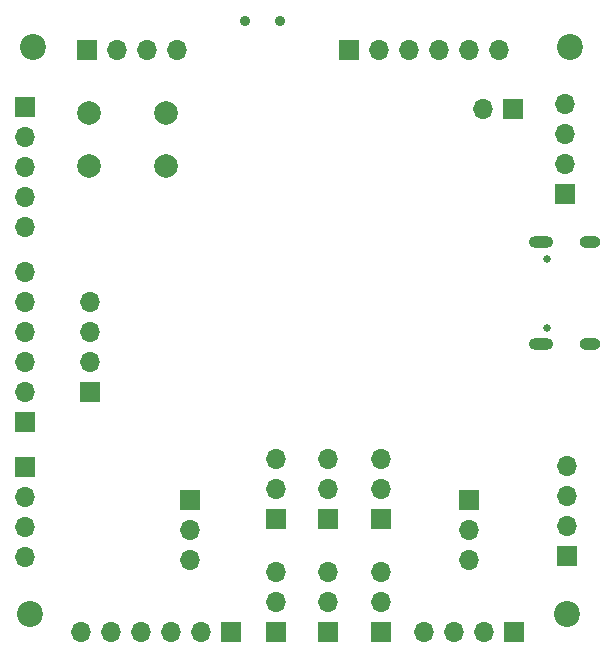
<source format=gbr>
%TF.GenerationSoftware,KiCad,Pcbnew,8.0.9*%
%TF.CreationDate,2025-09-02T19:01:46-04:00*%
%TF.ProjectId,Flight Controlelr,466c6967-6874-4204-936f-6e74726f6c65,rev?*%
%TF.SameCoordinates,Original*%
%TF.FileFunction,Soldermask,Bot*%
%TF.FilePolarity,Negative*%
%FSLAX46Y46*%
G04 Gerber Fmt 4.6, Leading zero omitted, Abs format (unit mm)*
G04 Created by KiCad (PCBNEW 8.0.9) date 2025-09-02 19:01:46*
%MOMM*%
%LPD*%
G01*
G04 APERTURE LIST*
%ADD10C,2.000000*%
%ADD11R,1.700000X1.700000*%
%ADD12O,1.700000X1.700000*%
%ADD13C,2.200000*%
%ADD14C,0.900000*%
%ADD15O,1.800000X1.000000*%
%ADD16O,2.100000X1.000000*%
%ADD17C,0.650000*%
G04 APERTURE END LIST*
D10*
%TO.C,SW1*%
X131357100Y-97926100D03*
X124857100Y-97926100D03*
X131357100Y-93426100D03*
X124857100Y-93426100D03*
%TD*%
D11*
%TO.C,J1*%
X146914100Y-88116100D03*
D12*
X149454100Y-88116100D03*
X151994099Y-88116100D03*
X154534100Y-88116100D03*
X157074100Y-88116100D03*
X159614100Y-88116100D03*
%TD*%
D13*
%TO.C,H1*%
X120117100Y-87862100D03*
%TD*%
D12*
%TO.C,J7*%
X165354100Y-123305100D03*
X165354100Y-125845101D03*
X165354100Y-128385100D03*
D11*
X165354100Y-130925100D03*
%TD*%
D14*
%TO.C,SW2*%
X141072100Y-85640100D03*
X138072100Y-85640100D03*
%TD*%
D12*
%TO.C,J13*%
X140691100Y-132272101D03*
X140691100Y-134812100D03*
D11*
X140691100Y-137352100D03*
%TD*%
D13*
%TO.C,H4*%
X165329100Y-135868100D03*
%TD*%
D12*
%TO.C,J21*%
X157074100Y-131311100D03*
X157074100Y-128771100D03*
D11*
X157074100Y-126231100D03*
%TD*%
D12*
%TO.C,J22*%
X133452100Y-131311100D03*
X133452100Y-128771100D03*
D11*
X133452100Y-126231100D03*
%TD*%
D13*
%TO.C,H2*%
X165583100Y-87862100D03*
%TD*%
D12*
%TO.C,J9*%
X145136100Y-122772101D03*
X145136100Y-125312100D03*
D11*
X145136100Y-127852100D03*
%TD*%
%TO.C,J4*%
X124689100Y-88116100D03*
D12*
X127229100Y-88116100D03*
X129769099Y-88116100D03*
X132309100Y-88116100D03*
%TD*%
%TO.C,J8*%
X140691100Y-122772101D03*
X140691100Y-125312100D03*
D11*
X140691100Y-127852100D03*
%TD*%
D12*
%TO.C,J6*%
X119482100Y-131052100D03*
X119482100Y-128512100D03*
X119482100Y-125972100D03*
D11*
X119482100Y-123432100D03*
%TD*%
D12*
%TO.C,J2*%
X119432100Y-106862100D03*
X119432100Y-109402100D03*
X119432100Y-111942100D03*
X119432100Y-114482101D03*
X119432100Y-117022100D03*
D11*
X119432100Y-119562100D03*
%TD*%
D12*
%TO.C,J17*%
X124181100Y-137402100D03*
X126721100Y-137402100D03*
X129261100Y-137402100D03*
X131801101Y-137402100D03*
X134341100Y-137402100D03*
D11*
X136881100Y-137402100D03*
%TD*%
D13*
%TO.C,H3*%
X119863100Y-135868100D03*
%TD*%
D15*
%TO.C,J23*%
X167329100Y-104391500D03*
D16*
X163149100Y-104391500D03*
D15*
X167329100Y-113031500D03*
D16*
X163149100Y-113031500D03*
D17*
X163649100Y-105821500D03*
X163649100Y-111601500D03*
%TD*%
D12*
%TO.C,J5*%
X124918100Y-109417100D03*
X124918100Y-111957101D03*
X124918100Y-114497100D03*
D11*
X124918100Y-117037100D03*
%TD*%
D12*
%TO.C,J11*%
X158197100Y-93094100D03*
D11*
X160737100Y-93094100D03*
%TD*%
D12*
%TO.C,J3*%
X165202100Y-92688100D03*
X165202100Y-95228101D03*
X165202100Y-97768100D03*
D11*
X165202100Y-100308100D03*
%TD*%
D12*
%TO.C,J10*%
X119482100Y-103102100D03*
X119482100Y-100562100D03*
X119482100Y-98022100D03*
X119482100Y-95482100D03*
D11*
X119482100Y-92942100D03*
%TD*%
D12*
%TO.C,J14*%
X149581100Y-132272101D03*
X149581100Y-134812100D03*
D11*
X149581100Y-137352100D03*
%TD*%
D12*
%TO.C,J15*%
X149581100Y-122757101D03*
X149581100Y-125297100D03*
D11*
X149581100Y-127837100D03*
%TD*%
D12*
%TO.C,J18*%
X153264100Y-137402100D03*
X155804101Y-137402100D03*
X158344100Y-137402100D03*
D11*
X160884100Y-137402100D03*
%TD*%
D12*
%TO.C,J12*%
X145136100Y-132272101D03*
X145136100Y-134812100D03*
D11*
X145136100Y-137352100D03*
%TD*%
M02*

</source>
